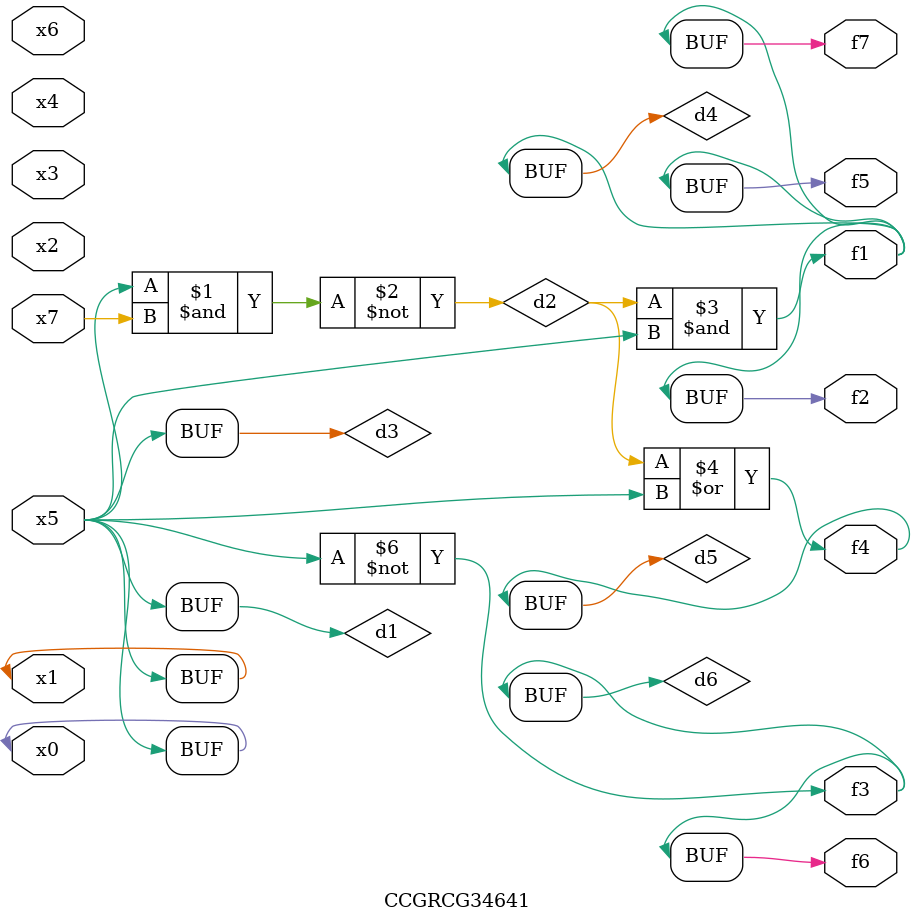
<source format=v>
module CCGRCG34641(
	input x0, x1, x2, x3, x4, x5, x6, x7,
	output f1, f2, f3, f4, f5, f6, f7
);

	wire d1, d2, d3, d4, d5, d6;

	buf (d1, x0, x5);
	nand (d2, x5, x7);
	buf (d3, x0, x1);
	and (d4, d2, d3);
	or (d5, d2, d3);
	nor (d6, d1, d3);
	assign f1 = d4;
	assign f2 = d4;
	assign f3 = d6;
	assign f4 = d5;
	assign f5 = d4;
	assign f6 = d6;
	assign f7 = d4;
endmodule

</source>
